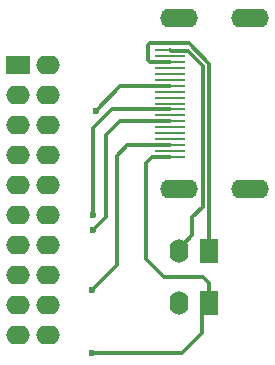
<source format=gbl>
G04*
G04 #@! TF.GenerationSoftware,Altium Limited,Altium Designer,23.3.1 (30)*
G04*
G04 Layer_Physical_Order=2*
G04 Layer_Color=16711680*
%FSLAX44Y44*%
%MOMM*%
G71*
G04*
G04 #@! TF.SameCoordinates,C5E1189D-41B8-4AFE-B9F0-E66C201BB24E*
G04*
G04*
G04 #@! TF.FilePolarity,Positive*
G04*
G01*
G75*
%ADD17C,0.3000*%
%ADD18C,0.3810*%
%ADD19O,3.2000X1.6000*%
%ADD20O,1.6000X2.0000*%
%ADD21R,1.6000X2.0000*%
%ADD22R,2.0000X1.6000*%
%ADD23O,2.0000X1.6000*%
%ADD24C,0.6000*%
%ADD25R,2.6000X0.2800*%
D17*
X952300Y459000D02*
X963894Y470594D01*
Y485651D01*
X952300Y457000D02*
Y459000D01*
X963894Y485651D02*
X973000Y494757D01*
X945400Y537000D02*
X945400Y537000D01*
X930000Y537000D02*
X945400D01*
X925000Y532000D02*
X930000Y537000D01*
X925000Y450000D02*
Y532000D01*
X934000Y536900D02*
X934100Y537000D01*
X925000Y450000D02*
X940000Y435000D01*
X934100Y537000D02*
X945400D01*
X978000Y492686D02*
Y615821D01*
X977700Y457000D02*
Y492386D01*
X978000Y492686D01*
X952300Y457000D02*
X953700D01*
X945400Y617000D02*
X945400Y617000D01*
X928000Y617000D02*
X945400D01*
X926000Y631243D02*
X927757Y633000D01*
X926000Y619000D02*
Y631243D01*
X927757Y633000D02*
X960821D01*
X926000Y619000D02*
X928000Y617000D01*
X960821Y633000D02*
X978000Y615821D01*
X959850Y626900D02*
X973000Y613750D01*
Y494757D02*
Y613750D01*
X945500Y626900D02*
X959850D01*
X945400Y627000D02*
X945500Y626900D01*
X955000Y371000D02*
X972000Y388000D01*
Y407300D02*
X977700Y413000D01*
X972000Y388000D02*
Y407300D01*
X977700Y413000D02*
Y430300D01*
X879000Y371000D02*
X955000D01*
X973000Y435000D02*
X977700Y430300D01*
X940000Y435000D02*
X973000D01*
X900000Y445000D02*
Y538000D01*
X879000Y424000D02*
X900000Y445000D01*
Y538000D02*
X909000Y547000D01*
X945400D01*
X882000Y576000D02*
X903000Y597000D01*
X945400D01*
X880000Y561000D02*
X896000Y577000D01*
X945400D01*
X903000Y567000D02*
X945400D01*
X891000Y555000D02*
X903000Y567000D01*
X880000Y488000D02*
Y561000D01*
X891000Y486000D02*
Y555000D01*
X880000Y475000D02*
X891000Y486000D01*
D18*
X816610Y462610D02*
X817000Y463000D01*
X816610Y462280D02*
Y462610D01*
D19*
X1012600Y509500D02*
D03*
Y654500D02*
D03*
X953000Y509500D02*
D03*
Y654500D02*
D03*
D20*
X952300Y413000D02*
D03*
D03*
Y457000D02*
D03*
D03*
D21*
X977700Y413000D02*
D03*
D03*
Y457000D02*
D03*
D03*
D22*
X816610Y614680D02*
D03*
D23*
Y589280D02*
D03*
Y563880D02*
D03*
Y538480D02*
D03*
Y513080D02*
D03*
Y487680D02*
D03*
Y462280D02*
D03*
Y436880D02*
D03*
Y411480D02*
D03*
Y386080D02*
D03*
X842010Y614680D02*
D03*
Y589280D02*
D03*
Y563880D02*
D03*
Y538480D02*
D03*
Y513080D02*
D03*
Y487680D02*
D03*
Y462280D02*
D03*
Y436880D02*
D03*
Y411480D02*
D03*
Y386080D02*
D03*
D24*
X879000Y371000D02*
D03*
Y424000D02*
D03*
X880000Y475000D02*
D03*
Y488000D02*
D03*
X882000Y576000D02*
D03*
D25*
X945400Y627000D02*
D03*
Y622000D02*
D03*
Y617000D02*
D03*
Y612000D02*
D03*
Y607000D02*
D03*
Y602000D02*
D03*
Y597000D02*
D03*
Y592000D02*
D03*
Y587000D02*
D03*
Y582000D02*
D03*
Y577000D02*
D03*
Y572000D02*
D03*
Y567000D02*
D03*
Y562000D02*
D03*
Y557000D02*
D03*
Y552000D02*
D03*
Y547000D02*
D03*
Y542000D02*
D03*
Y537000D02*
D03*
M02*

</source>
